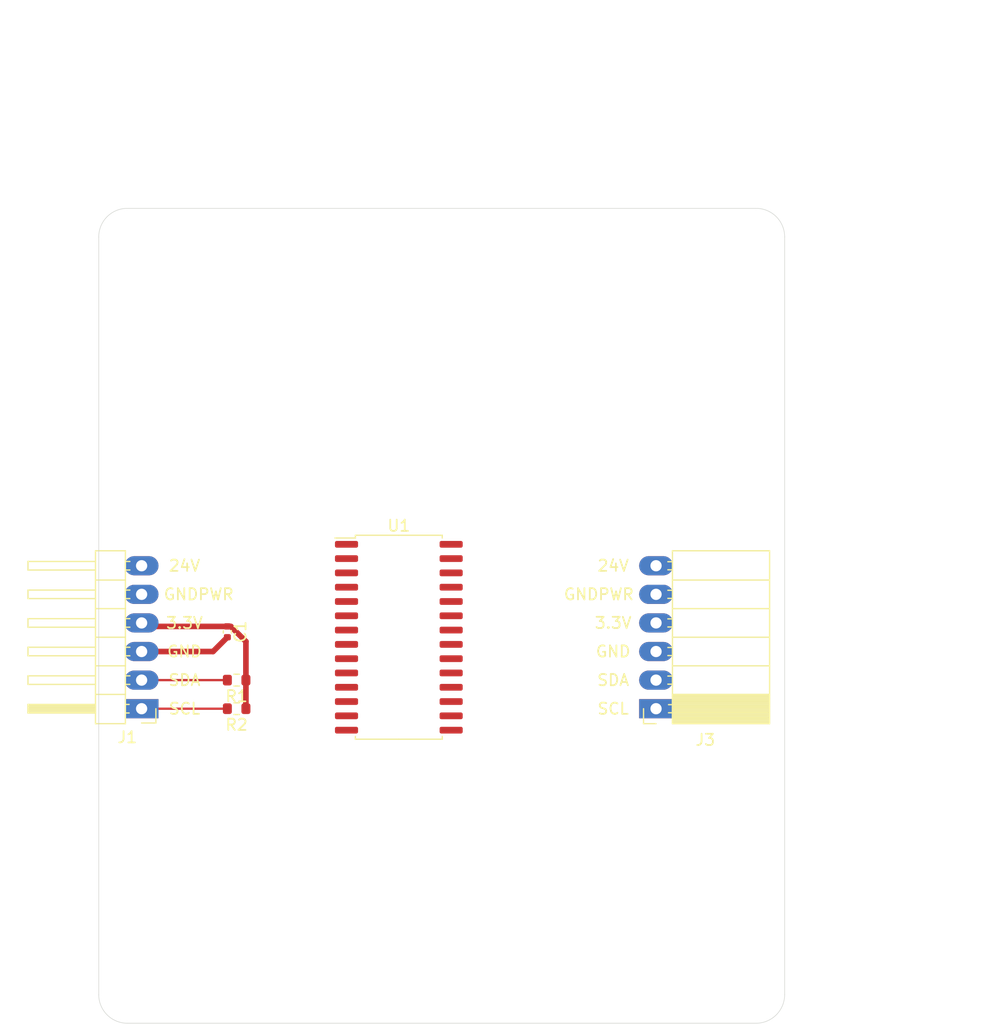
<source format=kicad_pcb>
(kicad_pcb (version 20171130) (host pcbnew 5.1.9-73d0e3b20d~88~ubuntu20.04.1)

  (general
    (thickness 1.6)
    (drawings 27)
    (tracks 10)
    (zones 0)
    (modules 6)
    (nets 31)
  )

  (page A4)
  (layers
    (0 F.Cu signal)
    (31 B.Cu signal)
    (32 B.Adhes user)
    (33 F.Adhes user)
    (34 B.Paste user)
    (35 F.Paste user)
    (36 B.SilkS user)
    (37 F.SilkS user)
    (38 B.Mask user)
    (39 F.Mask user)
    (40 Dwgs.User user)
    (41 Cmts.User user)
    (42 Eco1.User user)
    (43 Eco2.User user)
    (44 Edge.Cuts user)
    (45 Margin user)
    (46 B.CrtYd user)
    (47 F.CrtYd user)
    (48 B.Fab user)
    (49 F.Fab user)
  )

  (setup
    (last_trace_width 0.2)
    (trace_clearance 0.2)
    (zone_clearance 0.508)
    (zone_45_only no)
    (trace_min 0.2)
    (via_size 0.6)
    (via_drill 0.3)
    (via_min_size 0.4)
    (via_min_drill 0.3)
    (uvia_size 0.6)
    (uvia_drill 0.3)
    (uvias_allowed no)
    (uvia_min_size 0.2)
    (uvia_min_drill 0.1)
    (edge_width 0.05)
    (segment_width 0.2)
    (pcb_text_width 0.3)
    (pcb_text_size 1.5 1.5)
    (mod_edge_width 0.12)
    (mod_text_size 1 1)
    (mod_text_width 0.15)
    (pad_size 3 1.7)
    (pad_drill 1)
    (pad_to_mask_clearance 0)
    (aux_axis_origin 60.96 134.62)
    (visible_elements FFFFFF7F)
    (pcbplotparams
      (layerselection 0x010f0_ffffffff)
      (usegerberextensions false)
      (usegerberattributes false)
      (usegerberadvancedattributes false)
      (creategerberjobfile false)
      (excludeedgelayer true)
      (linewidth 0.100000)
      (plotframeref false)
      (viasonmask false)
      (mode 1)
      (useauxorigin true)
      (hpglpennumber 1)
      (hpglpenspeed 20)
      (hpglpendiameter 15.000000)
      (psnegative false)
      (psa4output false)
      (plotreference true)
      (plotvalue true)
      (plotinvisibletext false)
      (padsonsilk false)
      (subtractmaskfromsilk false)
      (outputformat 1)
      (mirror false)
      (drillshape 0)
      (scaleselection 1)
      (outputdirectory "gerber/"))
  )

  (net 0 "")
  (net 1 +24V)
  (net 2 GNDPWR)
  (net 3 +3V3)
  (net 4 GND)
  (net 5 SCL)
  (net 6 SDA)
  (net 7 "Net-(U1-Pad28)")
  (net 8 "Net-(U1-Pad27)")
  (net 9 "Net-(U1-Pad26)")
  (net 10 "Net-(U1-Pad25)")
  (net 11 "Net-(U1-Pad24)")
  (net 12 "Net-(U1-Pad23)")
  (net 13 "Net-(U1-Pad22)")
  (net 14 "Net-(U1-Pad21)")
  (net 15 "Net-(U1-Pad20)")
  (net 16 "Net-(U1-Pad19)")
  (net 17 "Net-(U1-Pad18)")
  (net 18 "Net-(U1-Pad17)")
  (net 19 "Net-(U1-Pad16)")
  (net 20 "Net-(U1-Pad15)")
  (net 21 "Net-(U1-Pad14)")
  (net 22 "Net-(U1-Pad11)")
  (net 23 "Net-(U1-Pad8)")
  (net 24 "Net-(U1-Pad7)")
  (net 25 "Net-(U1-Pad6)")
  (net 26 "Net-(U1-Pad5)")
  (net 27 "Net-(U1-Pad4)")
  (net 28 "Net-(U1-Pad3)")
  (net 29 "Net-(U1-Pad2)")
  (net 30 "Net-(U1-Pad1)")

  (net_class Default "This is the default net class."
    (clearance 0.2)
    (trace_width 0.2)
    (via_dia 0.6)
    (via_drill 0.3)
    (uvia_dia 0.6)
    (uvia_drill 0.3)
    (add_net "Net-(U1-Pad1)")
    (add_net "Net-(U1-Pad11)")
    (add_net "Net-(U1-Pad14)")
    (add_net "Net-(U1-Pad15)")
    (add_net "Net-(U1-Pad16)")
    (add_net "Net-(U1-Pad17)")
    (add_net "Net-(U1-Pad18)")
    (add_net "Net-(U1-Pad19)")
    (add_net "Net-(U1-Pad2)")
    (add_net "Net-(U1-Pad20)")
    (add_net "Net-(U1-Pad21)")
    (add_net "Net-(U1-Pad22)")
    (add_net "Net-(U1-Pad23)")
    (add_net "Net-(U1-Pad24)")
    (add_net "Net-(U1-Pad25)")
    (add_net "Net-(U1-Pad26)")
    (add_net "Net-(U1-Pad27)")
    (add_net "Net-(U1-Pad28)")
    (add_net "Net-(U1-Pad3)")
    (add_net "Net-(U1-Pad4)")
    (add_net "Net-(U1-Pad5)")
    (add_net "Net-(U1-Pad6)")
    (add_net "Net-(U1-Pad7)")
    (add_net "Net-(U1-Pad8)")
    (add_net SCL)
    (add_net SDA)
  )

  (net_class Power ""
    (clearance 0.2)
    (trace_width 0.5)
    (via_dia 0.6)
    (via_drill 0.3)
    (uvia_dia 0.6)
    (uvia_drill 0.3)
    (add_net +24V)
    (add_net +3V3)
    (add_net GND)
    (add_net GNDPWR)
  )

  (module Package_SO:SOIC-28W_7.5x17.9mm_P1.27mm (layer F.Cu) (tedit 5D9F72B1) (tstamp 600E4DB7)
    (at 90.17 92.71)
    (descr "SOIC, 28 Pin (JEDEC MS-013AE, https://www.analog.com/media/en/package-pcb-resources/package/35833120341221rw_28.pdf), generated with kicad-footprint-generator ipc_gullwing_generator.py")
    (tags "SOIC SO")
    (path /6013EB7B)
    (attr smd)
    (fp_text reference U1 (at 0 -9.9) (layer F.SilkS)
      (effects (font (size 1 1) (thickness 0.15)))
    )
    (fp_text value MCP23017_SO (at 0 9.9) (layer F.Fab)
      (effects (font (size 1 1) (thickness 0.15)))
    )
    (fp_line (start 5.93 -9.2) (end -5.93 -9.2) (layer F.CrtYd) (width 0.05))
    (fp_line (start 5.93 9.2) (end 5.93 -9.2) (layer F.CrtYd) (width 0.05))
    (fp_line (start -5.93 9.2) (end 5.93 9.2) (layer F.CrtYd) (width 0.05))
    (fp_line (start -5.93 -9.2) (end -5.93 9.2) (layer F.CrtYd) (width 0.05))
    (fp_line (start -3.75 -7.95) (end -2.75 -8.95) (layer F.Fab) (width 0.1))
    (fp_line (start -3.75 8.95) (end -3.75 -7.95) (layer F.Fab) (width 0.1))
    (fp_line (start 3.75 8.95) (end -3.75 8.95) (layer F.Fab) (width 0.1))
    (fp_line (start 3.75 -8.95) (end 3.75 8.95) (layer F.Fab) (width 0.1))
    (fp_line (start -2.75 -8.95) (end 3.75 -8.95) (layer F.Fab) (width 0.1))
    (fp_line (start -3.86 -8.815) (end -5.675 -8.815) (layer F.SilkS) (width 0.12))
    (fp_line (start -3.86 -9.06) (end -3.86 -8.815) (layer F.SilkS) (width 0.12))
    (fp_line (start 0 -9.06) (end -3.86 -9.06) (layer F.SilkS) (width 0.12))
    (fp_line (start 3.86 -9.06) (end 3.86 -8.815) (layer F.SilkS) (width 0.12))
    (fp_line (start 0 -9.06) (end 3.86 -9.06) (layer F.SilkS) (width 0.12))
    (fp_line (start -3.86 9.06) (end -3.86 8.815) (layer F.SilkS) (width 0.12))
    (fp_line (start 0 9.06) (end -3.86 9.06) (layer F.SilkS) (width 0.12))
    (fp_line (start 3.86 9.06) (end 3.86 8.815) (layer F.SilkS) (width 0.12))
    (fp_line (start 0 9.06) (end 3.86 9.06) (layer F.SilkS) (width 0.12))
    (fp_text user %R (at 0 0) (layer F.Fab)
      (effects (font (size 1 1) (thickness 0.15)))
    )
    (pad 28 smd roundrect (at 4.65 -8.255) (size 2.05 0.6) (layers F.Cu F.Paste F.Mask) (roundrect_rratio 0.25)
      (net 7 "Net-(U1-Pad28)"))
    (pad 27 smd roundrect (at 4.65 -6.985) (size 2.05 0.6) (layers F.Cu F.Paste F.Mask) (roundrect_rratio 0.25)
      (net 8 "Net-(U1-Pad27)"))
    (pad 26 smd roundrect (at 4.65 -5.715) (size 2.05 0.6) (layers F.Cu F.Paste F.Mask) (roundrect_rratio 0.25)
      (net 9 "Net-(U1-Pad26)"))
    (pad 25 smd roundrect (at 4.65 -4.445) (size 2.05 0.6) (layers F.Cu F.Paste F.Mask) (roundrect_rratio 0.25)
      (net 10 "Net-(U1-Pad25)"))
    (pad 24 smd roundrect (at 4.65 -3.175) (size 2.05 0.6) (layers F.Cu F.Paste F.Mask) (roundrect_rratio 0.25)
      (net 11 "Net-(U1-Pad24)"))
    (pad 23 smd roundrect (at 4.65 -1.905) (size 2.05 0.6) (layers F.Cu F.Paste F.Mask) (roundrect_rratio 0.25)
      (net 12 "Net-(U1-Pad23)"))
    (pad 22 smd roundrect (at 4.65 -0.635) (size 2.05 0.6) (layers F.Cu F.Paste F.Mask) (roundrect_rratio 0.25)
      (net 13 "Net-(U1-Pad22)"))
    (pad 21 smd roundrect (at 4.65 0.635) (size 2.05 0.6) (layers F.Cu F.Paste F.Mask) (roundrect_rratio 0.25)
      (net 14 "Net-(U1-Pad21)"))
    (pad 20 smd roundrect (at 4.65 1.905) (size 2.05 0.6) (layers F.Cu F.Paste F.Mask) (roundrect_rratio 0.25)
      (net 15 "Net-(U1-Pad20)"))
    (pad 19 smd roundrect (at 4.65 3.175) (size 2.05 0.6) (layers F.Cu F.Paste F.Mask) (roundrect_rratio 0.25)
      (net 16 "Net-(U1-Pad19)"))
    (pad 18 smd roundrect (at 4.65 4.445) (size 2.05 0.6) (layers F.Cu F.Paste F.Mask) (roundrect_rratio 0.25)
      (net 17 "Net-(U1-Pad18)"))
    (pad 17 smd roundrect (at 4.65 5.715) (size 2.05 0.6) (layers F.Cu F.Paste F.Mask) (roundrect_rratio 0.25)
      (net 18 "Net-(U1-Pad17)"))
    (pad 16 smd roundrect (at 4.65 6.985) (size 2.05 0.6) (layers F.Cu F.Paste F.Mask) (roundrect_rratio 0.25)
      (net 19 "Net-(U1-Pad16)"))
    (pad 15 smd roundrect (at 4.65 8.255) (size 2.05 0.6) (layers F.Cu F.Paste F.Mask) (roundrect_rratio 0.25)
      (net 20 "Net-(U1-Pad15)"))
    (pad 14 smd roundrect (at -4.65 8.255) (size 2.05 0.6) (layers F.Cu F.Paste F.Mask) (roundrect_rratio 0.25)
      (net 21 "Net-(U1-Pad14)"))
    (pad 13 smd roundrect (at -4.65 6.985) (size 2.05 0.6) (layers F.Cu F.Paste F.Mask) (roundrect_rratio 0.25)
      (net 6 SDA))
    (pad 12 smd roundrect (at -4.65 5.715) (size 2.05 0.6) (layers F.Cu F.Paste F.Mask) (roundrect_rratio 0.25)
      (net 5 SCL))
    (pad 11 smd roundrect (at -4.65 4.445) (size 2.05 0.6) (layers F.Cu F.Paste F.Mask) (roundrect_rratio 0.25)
      (net 22 "Net-(U1-Pad11)"))
    (pad 10 smd roundrect (at -4.65 3.175) (size 2.05 0.6) (layers F.Cu F.Paste F.Mask) (roundrect_rratio 0.25)
      (net 4 GND))
    (pad 9 smd roundrect (at -4.65 1.905) (size 2.05 0.6) (layers F.Cu F.Paste F.Mask) (roundrect_rratio 0.25)
      (net 3 +3V3))
    (pad 8 smd roundrect (at -4.65 0.635) (size 2.05 0.6) (layers F.Cu F.Paste F.Mask) (roundrect_rratio 0.25)
      (net 23 "Net-(U1-Pad8)"))
    (pad 7 smd roundrect (at -4.65 -0.635) (size 2.05 0.6) (layers F.Cu F.Paste F.Mask) (roundrect_rratio 0.25)
      (net 24 "Net-(U1-Pad7)"))
    (pad 6 smd roundrect (at -4.65 -1.905) (size 2.05 0.6) (layers F.Cu F.Paste F.Mask) (roundrect_rratio 0.25)
      (net 25 "Net-(U1-Pad6)"))
    (pad 5 smd roundrect (at -4.65 -3.175) (size 2.05 0.6) (layers F.Cu F.Paste F.Mask) (roundrect_rratio 0.25)
      (net 26 "Net-(U1-Pad5)"))
    (pad 4 smd roundrect (at -4.65 -4.445) (size 2.05 0.6) (layers F.Cu F.Paste F.Mask) (roundrect_rratio 0.25)
      (net 27 "Net-(U1-Pad4)"))
    (pad 3 smd roundrect (at -4.65 -5.715) (size 2.05 0.6) (layers F.Cu F.Paste F.Mask) (roundrect_rratio 0.25)
      (net 28 "Net-(U1-Pad3)"))
    (pad 2 smd roundrect (at -4.65 -6.985) (size 2.05 0.6) (layers F.Cu F.Paste F.Mask) (roundrect_rratio 0.25)
      (net 29 "Net-(U1-Pad2)"))
    (pad 1 smd roundrect (at -4.65 -8.255) (size 2.05 0.6) (layers F.Cu F.Paste F.Mask) (roundrect_rratio 0.25)
      (net 30 "Net-(U1-Pad1)"))
    (model ${KISYS3DMOD}/Package_SO.3dshapes/SOIC-28W_7.5x17.9mm_P1.27mm.wrl
      (at (xyz 0 0 0))
      (scale (xyz 1 1 1))
      (rotate (xyz 0 0 0))
    )
  )

  (module Resistor_SMD:R_0603_1608Metric (layer F.Cu) (tedit 5F68FEEE) (tstamp 600E4FD7)
    (at 75.755 99.06 180)
    (descr "Resistor SMD 0603 (1608 Metric), square (rectangular) end terminal, IPC_7351 nominal, (Body size source: IPC-SM-782 page 72, https://www.pcb-3d.com/wordpress/wp-content/uploads/ipc-sm-782a_amendment_1_and_2.pdf), generated with kicad-footprint-generator")
    (tags resistor)
    (path /60156E2E)
    (attr smd)
    (fp_text reference R2 (at 0 -1.43) (layer F.SilkS)
      (effects (font (size 1 1) (thickness 0.15)))
    )
    (fp_text value 10k (at 0 1.43) (layer F.Fab)
      (effects (font (size 1 1) (thickness 0.15)))
    )
    (fp_line (start 1.48 0.73) (end -1.48 0.73) (layer F.CrtYd) (width 0.05))
    (fp_line (start 1.48 -0.73) (end 1.48 0.73) (layer F.CrtYd) (width 0.05))
    (fp_line (start -1.48 -0.73) (end 1.48 -0.73) (layer F.CrtYd) (width 0.05))
    (fp_line (start -1.48 0.73) (end -1.48 -0.73) (layer F.CrtYd) (width 0.05))
    (fp_line (start -0.237258 0.5225) (end 0.237258 0.5225) (layer F.SilkS) (width 0.12))
    (fp_line (start -0.237258 -0.5225) (end 0.237258 -0.5225) (layer F.SilkS) (width 0.12))
    (fp_line (start 0.8 0.4125) (end -0.8 0.4125) (layer F.Fab) (width 0.1))
    (fp_line (start 0.8 -0.4125) (end 0.8 0.4125) (layer F.Fab) (width 0.1))
    (fp_line (start -0.8 -0.4125) (end 0.8 -0.4125) (layer F.Fab) (width 0.1))
    (fp_line (start -0.8 0.4125) (end -0.8 -0.4125) (layer F.Fab) (width 0.1))
    (fp_text user %R (at 0 0) (layer F.Fab)
      (effects (font (size 0.4 0.4) (thickness 0.06)))
    )
    (pad 2 smd roundrect (at 0.825 0 180) (size 0.8 0.95) (layers F.Cu F.Paste F.Mask) (roundrect_rratio 0.25)
      (net 5 SCL))
    (pad 1 smd roundrect (at -0.825 0 180) (size 0.8 0.95) (layers F.Cu F.Paste F.Mask) (roundrect_rratio 0.25)
      (net 3 +3V3))
    (model ${KISYS3DMOD}/Resistor_SMD.3dshapes/R_0603_1608Metric.wrl
      (at (xyz 0 0 0))
      (scale (xyz 1 1 1))
      (rotate (xyz 0 0 0))
    )
  )

  (module Resistor_SMD:R_0603_1608Metric (layer F.Cu) (tedit 5F68FEEE) (tstamp 600E4D73)
    (at 75.755 96.52 180)
    (descr "Resistor SMD 0603 (1608 Metric), square (rectangular) end terminal, IPC_7351 nominal, (Body size source: IPC-SM-782 page 72, https://www.pcb-3d.com/wordpress/wp-content/uploads/ipc-sm-782a_amendment_1_and_2.pdf), generated with kicad-footprint-generator")
    (tags resistor)
    (path /60156215)
    (attr smd)
    (fp_text reference R1 (at 0 -1.43) (layer F.SilkS)
      (effects (font (size 1 1) (thickness 0.15)))
    )
    (fp_text value 10k (at 0 1.43) (layer F.Fab)
      (effects (font (size 1 1) (thickness 0.15)))
    )
    (fp_line (start 1.48 0.73) (end -1.48 0.73) (layer F.CrtYd) (width 0.05))
    (fp_line (start 1.48 -0.73) (end 1.48 0.73) (layer F.CrtYd) (width 0.05))
    (fp_line (start -1.48 -0.73) (end 1.48 -0.73) (layer F.CrtYd) (width 0.05))
    (fp_line (start -1.48 0.73) (end -1.48 -0.73) (layer F.CrtYd) (width 0.05))
    (fp_line (start -0.237258 0.5225) (end 0.237258 0.5225) (layer F.SilkS) (width 0.12))
    (fp_line (start -0.237258 -0.5225) (end 0.237258 -0.5225) (layer F.SilkS) (width 0.12))
    (fp_line (start 0.8 0.4125) (end -0.8 0.4125) (layer F.Fab) (width 0.1))
    (fp_line (start 0.8 -0.4125) (end 0.8 0.4125) (layer F.Fab) (width 0.1))
    (fp_line (start -0.8 -0.4125) (end 0.8 -0.4125) (layer F.Fab) (width 0.1))
    (fp_line (start -0.8 0.4125) (end -0.8 -0.4125) (layer F.Fab) (width 0.1))
    (fp_text user %R (at 0 0) (layer F.Fab)
      (effects (font (size 0.4 0.4) (thickness 0.06)))
    )
    (pad 2 smd roundrect (at 0.825 0 180) (size 0.8 0.95) (layers F.Cu F.Paste F.Mask) (roundrect_rratio 0.25)
      (net 6 SDA))
    (pad 1 smd roundrect (at -0.825 0 180) (size 0.8 0.95) (layers F.Cu F.Paste F.Mask) (roundrect_rratio 0.25)
      (net 3 +3V3))
    (model ${KISYS3DMOD}/Resistor_SMD.3dshapes/R_0603_1608Metric.wrl
      (at (xyz 0 0 0))
      (scale (xyz 1 1 1))
      (rotate (xyz 0 0 0))
    )
  )

  (module Capacitor_SMD:C_0402_1005Metric (layer F.Cu) (tedit 5F68FEEE) (tstamp 600E4A86)
    (at 74.93 92.23 270)
    (descr "Capacitor SMD 0402 (1005 Metric), square (rectangular) end terminal, IPC_7351 nominal, (Body size source: IPC-SM-782 page 76, https://www.pcb-3d.com/wordpress/wp-content/uploads/ipc-sm-782a_amendment_1_and_2.pdf), generated with kicad-footprint-generator")
    (tags capacitor)
    (path /60167899)
    (attr smd)
    (fp_text reference C1 (at 0 -1.16 90) (layer F.SilkS)
      (effects (font (size 1 1) (thickness 0.15)))
    )
    (fp_text value 100nF (at 0 1.16 90) (layer F.Fab)
      (effects (font (size 1 1) (thickness 0.15)))
    )
    (fp_line (start 0.91 0.46) (end -0.91 0.46) (layer F.CrtYd) (width 0.05))
    (fp_line (start 0.91 -0.46) (end 0.91 0.46) (layer F.CrtYd) (width 0.05))
    (fp_line (start -0.91 -0.46) (end 0.91 -0.46) (layer F.CrtYd) (width 0.05))
    (fp_line (start -0.91 0.46) (end -0.91 -0.46) (layer F.CrtYd) (width 0.05))
    (fp_line (start -0.107836 0.36) (end 0.107836 0.36) (layer F.SilkS) (width 0.12))
    (fp_line (start -0.107836 -0.36) (end 0.107836 -0.36) (layer F.SilkS) (width 0.12))
    (fp_line (start 0.5 0.25) (end -0.5 0.25) (layer F.Fab) (width 0.1))
    (fp_line (start 0.5 -0.25) (end 0.5 0.25) (layer F.Fab) (width 0.1))
    (fp_line (start -0.5 -0.25) (end 0.5 -0.25) (layer F.Fab) (width 0.1))
    (fp_line (start -0.5 0.25) (end -0.5 -0.25) (layer F.Fab) (width 0.1))
    (fp_text user %R (at 0 0 90) (layer F.Fab)
      (effects (font (size 0.25 0.25) (thickness 0.04)))
    )
    (pad 2 smd roundrect (at 0.48 0 270) (size 0.56 0.62) (layers F.Cu F.Paste F.Mask) (roundrect_rratio 0.25)
      (net 4 GND))
    (pad 1 smd roundrect (at -0.48 0 270) (size 0.56 0.62) (layers F.Cu F.Paste F.Mask) (roundrect_rratio 0.25)
      (net 3 +3V3))
    (model ${KISYS3DMOD}/Capacitor_SMD.3dshapes/C_0402_1005Metric.wrl
      (at (xyz 0 0 0))
      (scale (xyz 1 1 1))
      (rotate (xyz 0 0 0))
    )
  )

  (module Connector_PinHeader_2.54mm:PinHeader_1x06_P2.54mm_Horizontal (layer F.Cu) (tedit 600DA0D7) (tstamp 600DFB76)
    (at 67.31 99.06 180)
    (descr "Through hole angled pin header, 1x06, 2.54mm pitch, 6mm pin length, single row")
    (tags "Through hole angled pin header THT 1x06 2.54mm single row")
    (path /600E0E0C)
    (fp_text reference J1 (at 1.27 -2.54) (layer F.SilkS)
      (effects (font (size 1 1) (thickness 0.15)))
    )
    (fp_text value Conn_01x06_Male (at 4.385 14.97) (layer F.Fab)
      (effects (font (size 1 1) (thickness 0.15)))
    )
    (fp_line (start 2.135 -1.27) (end 4.04 -1.27) (layer F.Fab) (width 0.1))
    (fp_line (start 4.04 -1.27) (end 4.04 13.97) (layer F.Fab) (width 0.1))
    (fp_line (start 4.04 13.97) (end 1.5 13.97) (layer F.Fab) (width 0.1))
    (fp_line (start 1.5 13.97) (end 1.5 -0.635) (layer F.Fab) (width 0.1))
    (fp_line (start 1.5 -0.635) (end 2.135 -1.27) (layer F.Fab) (width 0.1))
    (fp_line (start -0.32 -0.32) (end 1.5 -0.32) (layer F.Fab) (width 0.1))
    (fp_line (start -0.32 -0.32) (end -0.32 0.32) (layer F.Fab) (width 0.1))
    (fp_line (start -0.32 0.32) (end 1.5 0.32) (layer F.Fab) (width 0.1))
    (fp_line (start 4.04 -0.32) (end 10.04 -0.32) (layer F.Fab) (width 0.1))
    (fp_line (start 10.04 -0.32) (end 10.04 0.32) (layer F.Fab) (width 0.1))
    (fp_line (start 4.04 0.32) (end 10.04 0.32) (layer F.Fab) (width 0.1))
    (fp_line (start -0.32 2.22) (end 1.5 2.22) (layer F.Fab) (width 0.1))
    (fp_line (start -0.32 2.22) (end -0.32 2.86) (layer F.Fab) (width 0.1))
    (fp_line (start -0.32 2.86) (end 1.5 2.86) (layer F.Fab) (width 0.1))
    (fp_line (start 4.04 2.22) (end 10.04 2.22) (layer F.Fab) (width 0.1))
    (fp_line (start 10.04 2.22) (end 10.04 2.86) (layer F.Fab) (width 0.1))
    (fp_line (start 4.04 2.86) (end 10.04 2.86) (layer F.Fab) (width 0.1))
    (fp_line (start -0.32 4.76) (end 1.5 4.76) (layer F.Fab) (width 0.1))
    (fp_line (start -0.32 4.76) (end -0.32 5.4) (layer F.Fab) (width 0.1))
    (fp_line (start -0.32 5.4) (end 1.5 5.4) (layer F.Fab) (width 0.1))
    (fp_line (start 4.04 4.76) (end 10.04 4.76) (layer F.Fab) (width 0.1))
    (fp_line (start 10.04 4.76) (end 10.04 5.4) (layer F.Fab) (width 0.1))
    (fp_line (start 4.04 5.4) (end 10.04 5.4) (layer F.Fab) (width 0.1))
    (fp_line (start -0.32 7.3) (end 1.5 7.3) (layer F.Fab) (width 0.1))
    (fp_line (start -0.32 7.3) (end -0.32 7.94) (layer F.Fab) (width 0.1))
    (fp_line (start -0.32 7.94) (end 1.5 7.94) (layer F.Fab) (width 0.1))
    (fp_line (start 4.04 7.3) (end 10.04 7.3) (layer F.Fab) (width 0.1))
    (fp_line (start 10.04 7.3) (end 10.04 7.94) (layer F.Fab) (width 0.1))
    (fp_line (start 4.04 7.94) (end 10.04 7.94) (layer F.Fab) (width 0.1))
    (fp_line (start -0.32 9.84) (end 1.5 9.84) (layer F.Fab) (width 0.1))
    (fp_line (start -0.32 9.84) (end -0.32 10.48) (layer F.Fab) (width 0.1))
    (fp_line (start -0.32 10.48) (end 1.5 10.48) (layer F.Fab) (width 0.1))
    (fp_line (start 4.04 9.84) (end 10.04 9.84) (layer F.Fab) (width 0.1))
    (fp_line (start 10.04 9.84) (end 10.04 10.48) (layer F.Fab) (width 0.1))
    (fp_line (start 4.04 10.48) (end 10.04 10.48) (layer F.Fab) (width 0.1))
    (fp_line (start -0.32 12.38) (end 1.5 12.38) (layer F.Fab) (width 0.1))
    (fp_line (start -0.32 12.38) (end -0.32 13.02) (layer F.Fab) (width 0.1))
    (fp_line (start -0.32 13.02) (end 1.5 13.02) (layer F.Fab) (width 0.1))
    (fp_line (start 4.04 12.38) (end 10.04 12.38) (layer F.Fab) (width 0.1))
    (fp_line (start 10.04 12.38) (end 10.04 13.02) (layer F.Fab) (width 0.1))
    (fp_line (start 4.04 13.02) (end 10.04 13.02) (layer F.Fab) (width 0.1))
    (fp_line (start 1.44 -1.33) (end 1.44 14.03) (layer F.SilkS) (width 0.12))
    (fp_line (start 1.44 14.03) (end 4.1 14.03) (layer F.SilkS) (width 0.12))
    (fp_line (start 4.1 14.03) (end 4.1 -1.33) (layer F.SilkS) (width 0.12))
    (fp_line (start 4.1 -1.33) (end 1.44 -1.33) (layer F.SilkS) (width 0.12))
    (fp_line (start 4.1 -0.38) (end 10.1 -0.38) (layer F.SilkS) (width 0.12))
    (fp_line (start 10.1 -0.38) (end 10.1 0.38) (layer F.SilkS) (width 0.12))
    (fp_line (start 10.1 0.38) (end 4.1 0.38) (layer F.SilkS) (width 0.12))
    (fp_line (start 4.1 -0.32) (end 10.1 -0.32) (layer F.SilkS) (width 0.12))
    (fp_line (start 4.1 -0.2) (end 10.1 -0.2) (layer F.SilkS) (width 0.12))
    (fp_line (start 4.1 -0.08) (end 10.1 -0.08) (layer F.SilkS) (width 0.12))
    (fp_line (start 4.1 0.04) (end 10.1 0.04) (layer F.SilkS) (width 0.12))
    (fp_line (start 4.1 0.16) (end 10.1 0.16) (layer F.SilkS) (width 0.12))
    (fp_line (start 4.1 0.28) (end 10.1 0.28) (layer F.SilkS) (width 0.12))
    (fp_line (start 1.11 -0.38) (end 1.44 -0.38) (layer F.SilkS) (width 0.12))
    (fp_line (start 1.11 0.38) (end 1.44 0.38) (layer F.SilkS) (width 0.12))
    (fp_line (start 1.44 1.27) (end 4.1 1.27) (layer F.SilkS) (width 0.12))
    (fp_line (start 4.1 2.16) (end 10.1 2.16) (layer F.SilkS) (width 0.12))
    (fp_line (start 10.1 2.16) (end 10.1 2.92) (layer F.SilkS) (width 0.12))
    (fp_line (start 10.1 2.92) (end 4.1 2.92) (layer F.SilkS) (width 0.12))
    (fp_line (start 1.042929 2.16) (end 1.44 2.16) (layer F.SilkS) (width 0.12))
    (fp_line (start 1.042929 2.92) (end 1.44 2.92) (layer F.SilkS) (width 0.12))
    (fp_line (start 1.44 3.81) (end 4.1 3.81) (layer F.SilkS) (width 0.12))
    (fp_line (start 4.1 4.7) (end 10.1 4.7) (layer F.SilkS) (width 0.12))
    (fp_line (start 10.1 4.7) (end 10.1 5.46) (layer F.SilkS) (width 0.12))
    (fp_line (start 10.1 5.46) (end 4.1 5.46) (layer F.SilkS) (width 0.12))
    (fp_line (start 1.042929 4.7) (end 1.44 4.7) (layer F.SilkS) (width 0.12))
    (fp_line (start 1.042929 5.46) (end 1.44 5.46) (layer F.SilkS) (width 0.12))
    (fp_line (start 1.44 6.35) (end 4.1 6.35) (layer F.SilkS) (width 0.12))
    (fp_line (start 4.1 7.24) (end 10.1 7.24) (layer F.SilkS) (width 0.12))
    (fp_line (start 10.1 7.24) (end 10.1 8) (layer F.SilkS) (width 0.12))
    (fp_line (start 10.1 8) (end 4.1 8) (layer F.SilkS) (width 0.12))
    (fp_line (start 1.042929 7.24) (end 1.44 7.24) (layer F.SilkS) (width 0.12))
    (fp_line (start 1.042929 8) (end 1.44 8) (layer F.SilkS) (width 0.12))
    (fp_line (start 1.44 8.89) (end 4.1 8.89) (layer F.SilkS) (width 0.12))
    (fp_line (start 4.1 9.78) (end 10.1 9.78) (layer F.SilkS) (width 0.12))
    (fp_line (start 10.1 9.78) (end 10.1 10.54) (layer F.SilkS) (width 0.12))
    (fp_line (start 10.1 10.54) (end 4.1 10.54) (layer F.SilkS) (width 0.12))
    (fp_line (start 1.042929 9.78) (end 1.44 9.78) (layer F.SilkS) (width 0.12))
    (fp_line (start 1.042929 10.54) (end 1.44 10.54) (layer F.SilkS) (width 0.12))
    (fp_line (start 1.44 11.43) (end 4.1 11.43) (layer F.SilkS) (width 0.12))
    (fp_line (start 4.1 12.32) (end 10.1 12.32) (layer F.SilkS) (width 0.12))
    (fp_line (start 10.1 12.32) (end 10.1 13.08) (layer F.SilkS) (width 0.12))
    (fp_line (start 10.1 13.08) (end 4.1 13.08) (layer F.SilkS) (width 0.12))
    (fp_line (start 1.042929 12.32) (end 1.44 12.32) (layer F.SilkS) (width 0.12))
    (fp_line (start 1.042929 13.08) (end 1.44 13.08) (layer F.SilkS) (width 0.12))
    (fp_line (start -1.27 0) (end -1.27 -1.27) (layer F.SilkS) (width 0.12))
    (fp_line (start -1.27 -1.27) (end 0 -1.27) (layer F.SilkS) (width 0.12))
    (fp_line (start -1.8 -1.8) (end -1.8 14.5) (layer F.CrtYd) (width 0.05))
    (fp_line (start -1.8 14.5) (end 10.55 14.5) (layer F.CrtYd) (width 0.05))
    (fp_line (start 10.55 14.5) (end 10.55 -1.8) (layer F.CrtYd) (width 0.05))
    (fp_line (start 10.55 -1.8) (end -1.8 -1.8) (layer F.CrtYd) (width 0.05))
    (fp_text user %R (at 2.77 6.35 90) (layer F.Fab)
      (effects (font (size 1 1) (thickness 0.15)))
    )
    (pad 6 thru_hole oval (at 0 12.7 180) (size 3 1.7) (drill 1) (layers *.Cu *.Mask)
      (net 1 +24V))
    (pad 5 thru_hole oval (at 0 10.16 180) (size 3 1.7) (drill 1) (layers *.Cu *.Mask)
      (net 2 GNDPWR))
    (pad 4 thru_hole oval (at 0 7.62 180) (size 3 1.7) (drill 1) (layers *.Cu *.Mask)
      (net 3 +3V3))
    (pad 3 thru_hole oval (at 0 5.08 180) (size 3 1.7) (drill 1) (layers *.Cu *.Mask)
      (net 4 GND))
    (pad 2 thru_hole oval (at 0 2.54 180) (size 3 1.7) (drill 1) (layers *.Cu *.Mask)
      (net 6 SDA))
    (pad 1 thru_hole rect (at 0 0 180) (size 3 1.7) (drill 1) (layers *.Cu *.Mask)
      (net 5 SCL))
    (model ${KISYS3DMOD}/Connector_PinHeader_2.54mm.3dshapes/PinHeader_1x06_P2.54mm_Horizontal.wrl
      (at (xyz 0 0 0))
      (scale (xyz 1 1 1))
      (rotate (xyz 0 0 0))
    )
  )

  (module Connector_PinSocket_2.54mm:PinSocket_1x06_P2.54mm_Horizontal (layer F.Cu) (tedit 5FA6D208) (tstamp 5FA6FA4C)
    (at 113.03 99.06 180)
    (descr "Through hole angled socket strip, 1x06, 2.54mm pitch, 8.51mm socket length, single row (from Kicad 4.0.7), script generated")
    (tags "Through hole angled socket strip THT 1x06 2.54mm single row")
    (path /5FA73C4E)
    (fp_text reference J3 (at -4.38 -2.77) (layer F.SilkS)
      (effects (font (size 1 1) (thickness 0.15)))
    )
    (fp_text value Conn_01x06_Female (at -2.54 15.47) (layer F.Fab)
      (effects (font (size 1 1) (thickness 0.15)))
    )
    (fp_line (start -10.03 -1.27) (end -2.49 -1.27) (layer F.Fab) (width 0.1))
    (fp_line (start -2.49 -1.27) (end -1.52 -0.3) (layer F.Fab) (width 0.1))
    (fp_line (start -1.52 -0.3) (end -1.52 13.97) (layer F.Fab) (width 0.1))
    (fp_line (start -1.52 13.97) (end -10.03 13.97) (layer F.Fab) (width 0.1))
    (fp_line (start -10.03 13.97) (end -10.03 -1.27) (layer F.Fab) (width 0.1))
    (fp_line (start 0 -0.3) (end -1.52 -0.3) (layer F.Fab) (width 0.1))
    (fp_line (start -1.52 0.3) (end 0 0.3) (layer F.Fab) (width 0.1))
    (fp_line (start 0 0.3) (end 0 -0.3) (layer F.Fab) (width 0.1))
    (fp_line (start 0 2.24) (end -1.52 2.24) (layer F.Fab) (width 0.1))
    (fp_line (start -1.52 2.84) (end 0 2.84) (layer F.Fab) (width 0.1))
    (fp_line (start 0 2.84) (end 0 2.24) (layer F.Fab) (width 0.1))
    (fp_line (start 0 4.78) (end -1.52 4.78) (layer F.Fab) (width 0.1))
    (fp_line (start -1.52 5.38) (end 0 5.38) (layer F.Fab) (width 0.1))
    (fp_line (start 0 5.38) (end 0 4.78) (layer F.Fab) (width 0.1))
    (fp_line (start 0 7.32) (end -1.52 7.32) (layer F.Fab) (width 0.1))
    (fp_line (start -1.52 7.92) (end 0 7.92) (layer F.Fab) (width 0.1))
    (fp_line (start 0 7.92) (end 0 7.32) (layer F.Fab) (width 0.1))
    (fp_line (start 0 9.86) (end -1.52 9.86) (layer F.Fab) (width 0.1))
    (fp_line (start -1.52 10.46) (end 0 10.46) (layer F.Fab) (width 0.1))
    (fp_line (start 0 10.46) (end 0 9.86) (layer F.Fab) (width 0.1))
    (fp_line (start 0 12.4) (end -1.52 12.4) (layer F.Fab) (width 0.1))
    (fp_line (start -1.52 13) (end 0 13) (layer F.Fab) (width 0.1))
    (fp_line (start 0 13) (end 0 12.4) (layer F.Fab) (width 0.1))
    (fp_line (start -10.09 -1.21) (end -1.46 -1.21) (layer F.SilkS) (width 0.12))
    (fp_line (start -10.09 -1.091905) (end -1.46 -1.091905) (layer F.SilkS) (width 0.12))
    (fp_line (start -10.09 -0.97381) (end -1.46 -0.97381) (layer F.SilkS) (width 0.12))
    (fp_line (start -10.09 -0.855715) (end -1.46 -0.855715) (layer F.SilkS) (width 0.12))
    (fp_line (start -10.09 -0.73762) (end -1.46 -0.73762) (layer F.SilkS) (width 0.12))
    (fp_line (start -10.09 -0.619525) (end -1.46 -0.619525) (layer F.SilkS) (width 0.12))
    (fp_line (start -10.09 -0.50143) (end -1.46 -0.50143) (layer F.SilkS) (width 0.12))
    (fp_line (start -10.09 -0.383335) (end -1.46 -0.383335) (layer F.SilkS) (width 0.12))
    (fp_line (start -10.09 -0.26524) (end -1.46 -0.26524) (layer F.SilkS) (width 0.12))
    (fp_line (start -10.09 -0.147145) (end -1.46 -0.147145) (layer F.SilkS) (width 0.12))
    (fp_line (start -10.09 -0.02905) (end -1.46 -0.02905) (layer F.SilkS) (width 0.12))
    (fp_line (start -10.09 0.089045) (end -1.46 0.089045) (layer F.SilkS) (width 0.12))
    (fp_line (start -10.09 0.20714) (end -1.46 0.20714) (layer F.SilkS) (width 0.12))
    (fp_line (start -10.09 0.325235) (end -1.46 0.325235) (layer F.SilkS) (width 0.12))
    (fp_line (start -10.09 0.44333) (end -1.46 0.44333) (layer F.SilkS) (width 0.12))
    (fp_line (start -10.09 0.561425) (end -1.46 0.561425) (layer F.SilkS) (width 0.12))
    (fp_line (start -10.09 0.67952) (end -1.46 0.67952) (layer F.SilkS) (width 0.12))
    (fp_line (start -10.09 0.797615) (end -1.46 0.797615) (layer F.SilkS) (width 0.12))
    (fp_line (start -10.09 0.91571) (end -1.46 0.91571) (layer F.SilkS) (width 0.12))
    (fp_line (start -10.09 1.033805) (end -1.46 1.033805) (layer F.SilkS) (width 0.12))
    (fp_line (start -10.09 1.1519) (end -1.46 1.1519) (layer F.SilkS) (width 0.12))
    (fp_line (start -1.46 -0.36) (end -1.11 -0.36) (layer F.SilkS) (width 0.12))
    (fp_line (start -1.46 0.36) (end -1.11 0.36) (layer F.SilkS) (width 0.12))
    (fp_line (start -1.46 2.18) (end -1.05 2.18) (layer F.SilkS) (width 0.12))
    (fp_line (start -1.46 2.9) (end -1.05 2.9) (layer F.SilkS) (width 0.12))
    (fp_line (start -1.46 4.72) (end -1.05 4.72) (layer F.SilkS) (width 0.12))
    (fp_line (start -1.46 5.44) (end -1.05 5.44) (layer F.SilkS) (width 0.12))
    (fp_line (start -1.46 7.26) (end -1.05 7.26) (layer F.SilkS) (width 0.12))
    (fp_line (start -1.46 7.98) (end -1.05 7.98) (layer F.SilkS) (width 0.12))
    (fp_line (start -1.46 9.8) (end -1.05 9.8) (layer F.SilkS) (width 0.12))
    (fp_line (start -1.46 10.52) (end -1.05 10.52) (layer F.SilkS) (width 0.12))
    (fp_line (start -1.46 12.34) (end -1.05 12.34) (layer F.SilkS) (width 0.12))
    (fp_line (start -1.46 13.06) (end -1.05 13.06) (layer F.SilkS) (width 0.12))
    (fp_line (start -10.09 1.27) (end -1.46 1.27) (layer F.SilkS) (width 0.12))
    (fp_line (start -10.09 3.81) (end -1.46 3.81) (layer F.SilkS) (width 0.12))
    (fp_line (start -10.09 6.35) (end -1.46 6.35) (layer F.SilkS) (width 0.12))
    (fp_line (start -10.09 8.89) (end -1.46 8.89) (layer F.SilkS) (width 0.12))
    (fp_line (start -10.09 11.43) (end -1.46 11.43) (layer F.SilkS) (width 0.12))
    (fp_line (start -10.09 -1.33) (end -1.46 -1.33) (layer F.SilkS) (width 0.12))
    (fp_line (start -1.46 -1.33) (end -1.46 14.03) (layer F.SilkS) (width 0.12))
    (fp_line (start -10.09 14.03) (end -1.46 14.03) (layer F.SilkS) (width 0.12))
    (fp_line (start -10.09 -1.33) (end -10.09 14.03) (layer F.SilkS) (width 0.12))
    (fp_line (start 1.11 -1.33) (end 1.11 0) (layer F.SilkS) (width 0.12))
    (fp_line (start 0 -1.33) (end 1.11 -1.33) (layer F.SilkS) (width 0.12))
    (fp_line (start 1.75 -1.8) (end -10.55 -1.8) (layer F.CrtYd) (width 0.05))
    (fp_line (start -10.55 -1.8) (end -10.55 14.45) (layer F.CrtYd) (width 0.05))
    (fp_line (start -10.55 14.45) (end 1.75 14.45) (layer F.CrtYd) (width 0.05))
    (fp_line (start 1.75 14.45) (end 1.75 -1.8) (layer F.CrtYd) (width 0.05))
    (fp_text user %R (at -5.775 6.35 90) (layer F.Fab)
      (effects (font (size 1 1) (thickness 0.15)))
    )
    (pad 6 thru_hole oval (at 0 12.7 180) (size 3 1.7) (drill 1) (layers *.Cu *.Mask)
      (net 1 +24V))
    (pad 5 thru_hole oval (at 0 10.16 180) (size 3 1.7) (drill 1) (layers *.Cu *.Mask)
      (net 2 GNDPWR))
    (pad 4 thru_hole oval (at 0 7.62 180) (size 3 1.7) (drill 1) (layers *.Cu *.Mask)
      (net 3 +3V3))
    (pad 3 thru_hole oval (at 0 5.08 180) (size 3 1.7) (drill 1) (layers *.Cu *.Mask)
      (net 4 GND))
    (pad 2 thru_hole oval (at 0 2.54 180) (size 3 1.7) (drill 1) (layers *.Cu *.Mask)
      (net 6 SDA))
    (pad 1 thru_hole rect (at 0 0 180) (size 3 1.7) (drill 1) (layers *.Cu *.Mask)
      (net 5 SCL))
    (model ${KISYS3DMOD}/Connector_PinSocket_2.54mm.3dshapes/PinSocket_1x06_P2.54mm_Horizontal.wrl
      (at (xyz 0 0 0))
      (scale (xyz 1 1 1))
      (rotate (xyz 0 0 0))
    )
  )

  (gr_arc (start 121.92 57.15) (end 124.46 57.15) (angle -90) (layer Edge.Cuts) (width 0.05))
  (gr_arc (start 121.92 124.46) (end 121.92 127) (angle -90) (layer Edge.Cuts) (width 0.05))
  (gr_arc (start 66.04 124.46) (end 63.5 124.46) (angle -90) (layer Edge.Cuts) (width 0.05))
  (gr_arc (start 66.04 57.15) (end 66.04 54.61) (angle -90) (layer Edge.Cuts) (width 0.05))
  (gr_text 24V (at 71.12 86.36) (layer F.SilkS) (tstamp 600D9299)
    (effects (font (size 1 1) (thickness 0.15)))
  )
  (gr_text GNDPWR (at 72.39 88.9) (layer F.SilkS) (tstamp 600D9298)
    (effects (font (size 1 1) (thickness 0.15)))
  )
  (gr_text 3.3V (at 71.12 91.44) (layer F.SilkS) (tstamp 600D9297)
    (effects (font (size 1 1) (thickness 0.15)))
  )
  (gr_text GND (at 71.12 93.98) (layer F.SilkS) (tstamp 600D9296)
    (effects (font (size 1 1) (thickness 0.15)))
  )
  (gr_text SDA (at 71.12 96.52) (layer F.SilkS) (tstamp 600D9295)
    (effects (font (size 1 1) (thickness 0.15)))
  )
  (gr_text SCL (at 71.12 99.06) (layer F.SilkS) (tstamp 600D9294)
    (effects (font (size 1 1) (thickness 0.15)))
  )
  (gr_text SCL (at 109.22 99.06) (layer F.SilkS)
    (effects (font (size 1 1) (thickness 0.15)))
  )
  (gr_text SDA (at 109.22 96.52) (layer F.SilkS)
    (effects (font (size 1 1) (thickness 0.15)))
  )
  (gr_text GND (at 109.22 93.98) (layer F.SilkS)
    (effects (font (size 1 1) (thickness 0.15)))
  )
  (gr_text 3.3V (at 109.22 91.44) (layer F.SilkS)
    (effects (font (size 1 1) (thickness 0.15)))
  )
  (gr_text GNDPWR (at 107.95 88.9) (layer F.SilkS)
    (effects (font (size 1 1) (thickness 0.15)))
  )
  (gr_text 24V (at 109.22 86.36) (layer F.SilkS) (tstamp 600D125A)
    (effects (font (size 1 1) (thickness 0.15)))
  )
  (dimension 60.96 (width 0.15) (layer Dwgs.User)
    (gr_text "60,960 mm" (at 93.98 43.21) (layer Dwgs.User)
      (effects (font (size 1 1) (thickness 0.15)))
    )
    (feature1 (pts (xy 124.46 41.91) (xy 124.46 42.496421)))
    (feature2 (pts (xy 63.5 41.91) (xy 63.5 42.496421)))
    (crossbar (pts (xy 63.5 41.91) (xy 124.46 41.91)))
    (arrow1a (pts (xy 124.46 41.91) (xy 123.333496 42.496421)))
    (arrow1b (pts (xy 124.46 41.91) (xy 123.333496 41.323579)))
    (arrow2a (pts (xy 63.5 41.91) (xy 64.626504 42.496421)))
    (arrow2b (pts (xy 63.5 41.91) (xy 64.626504 41.323579)))
  )
  (gr_line (start 124.46 57.15) (end 124.46 124.46) (layer Edge.Cuts) (width 0.05))
  (dimension 35.56 (width 0.15) (layer Dwgs.User)
    (gr_text "1,4 in" (at 138.4 72.39 270) (layer Dwgs.User)
      (effects (font (size 1 1) (thickness 0.15)))
    )
    (feature1 (pts (xy 139.7 90.17) (xy 139.113579 90.17)))
    (feature2 (pts (xy 139.7 54.61) (xy 139.113579 54.61)))
    (crossbar (pts (xy 139.7 54.61) (xy 139.7 90.17)))
    (arrow1a (pts (xy 139.7 90.17) (xy 139.113579 89.043496)))
    (arrow1b (pts (xy 139.7 90.17) (xy 140.286421 89.043496)))
    (arrow2a (pts (xy 139.7 54.61) (xy 139.113579 55.736504)))
    (arrow2b (pts (xy 139.7 54.61) (xy 140.286421 55.736504)))
  )
  (dimension 27.94 (width 0.15) (layer Dwgs.User)
    (gr_text "1,1 in" (at 130.84 113.03 90) (layer Dwgs.User)
      (effects (font (size 1 1) (thickness 0.15)))
    )
    (feature1 (pts (xy 128.27 99.06) (xy 130.126421 99.06)))
    (feature2 (pts (xy 128.27 127) (xy 130.126421 127)))
    (crossbar (pts (xy 129.54 127) (xy 129.54 99.06)))
    (arrow1a (pts (xy 129.54 99.06) (xy 130.126421 100.186504)))
    (arrow1b (pts (xy 129.54 99.06) (xy 128.953579 100.186504)))
    (arrow2a (pts (xy 129.54 127) (xy 130.126421 125.873496)))
    (arrow2b (pts (xy 129.54 127) (xy 128.953579 125.873496)))
  )
  (dimension 72.39 (width 0.15) (layer Dwgs.User)
    (gr_text "72,390 mm" (at 58.39 90.805 90) (layer Dwgs.User)
      (effects (font (size 1 1) (thickness 0.15)))
    )
    (feature1 (pts (xy 62.23 54.61) (xy 59.103579 54.61)))
    (feature2 (pts (xy 62.23 127) (xy 59.103579 127)))
    (crossbar (pts (xy 59.69 127) (xy 59.69 54.61)))
    (arrow1a (pts (xy 59.69 54.61) (xy 60.276421 55.736504)))
    (arrow1b (pts (xy 59.69 54.61) (xy 59.103579 55.736504)))
    (arrow2a (pts (xy 59.69 127) (xy 60.276421 125.873496)))
    (arrow2b (pts (xy 59.69 127) (xy 59.103579 125.873496)))
  )
  (dimension 52.07 (width 0.15) (layer Dwgs.User)
    (gr_text "52,070 mm" (at 89.535 47.02) (layer Dwgs.User)
      (effects (font (size 1 1) (thickness 0.15)))
    )
    (feature1 (pts (xy 115.57 45.72) (xy 115.57 46.306421)))
    (feature2 (pts (xy 63.5 45.72) (xy 63.5 46.306421)))
    (crossbar (pts (xy 63.5 45.72) (xy 115.57 45.72)))
    (arrow1a (pts (xy 115.57 45.72) (xy 114.443496 46.306421)))
    (arrow1b (pts (xy 115.57 45.72) (xy 114.443496 45.133579)))
    (arrow2a (pts (xy 63.5 45.72) (xy 64.626504 46.306421)))
    (arrow2b (pts (xy 63.5 45.72) (xy 64.626504 45.133579)))
  )
  (dimension 69.85 (width 0.15) (layer Dwgs.User)
    (gr_text "69,850 mm" (at 98.425 39.4) (layer Dwgs.User)
      (effects (font (size 1 1) (thickness 0.15)))
    )
    (feature1 (pts (xy 133.35 38.1) (xy 133.35 38.686421)))
    (feature2 (pts (xy 63.5 38.1) (xy 63.5 38.686421)))
    (crossbar (pts (xy 63.5 38.1) (xy 133.35 38.1)))
    (arrow1a (pts (xy 133.35 38.1) (xy 132.223496 38.686421)))
    (arrow1b (pts (xy 133.35 38.1) (xy 132.223496 37.513579)))
    (arrow2a (pts (xy 63.5 38.1) (xy 64.626504 38.686421)))
    (arrow2b (pts (xy 63.5 38.1) (xy 64.626504 37.513579)))
  )
  (dimension 34.29 (width 0.15) (layer Dwgs.User)
    (gr_text "34,290 mm" (at 80.645 53.37) (layer Dwgs.User)
      (effects (font (size 1 1) (thickness 0.15)))
    )
    (feature1 (pts (xy 97.79 52.07) (xy 97.79 52.656421)))
    (feature2 (pts (xy 63.5 52.07) (xy 63.5 52.656421)))
    (crossbar (pts (xy 63.5 52.07) (xy 97.79 52.07)))
    (arrow1a (pts (xy 97.79 52.07) (xy 96.663496 52.656421)))
    (arrow1b (pts (xy 97.79 52.07) (xy 96.663496 51.483579)))
    (arrow2a (pts (xy 63.5 52.07) (xy 64.626504 52.656421)))
    (arrow2b (pts (xy 63.5 52.07) (xy 64.626504 51.483579)))
  )
  (gr_line (start 66.04 127) (end 121.92 127) (layer Edge.Cuts) (width 0.05))
  (gr_line (start 66.04 54.61) (end 121.92 54.61) (layer Edge.Cuts) (width 0.05))
  (gr_line (start 63.5 124.46) (end 63.5 57.15) (layer Edge.Cuts) (width 0.05))

  (segment (start 67.62 91.75) (end 67.31 91.44) (width 0.5) (layer F.Cu) (net 3))
  (segment (start 74.93 91.75) (end 67.62 91.75) (width 0.5) (layer F.Cu) (net 3))
  (segment (start 75.24 91.75) (end 76.58 93.09) (width 0.5) (layer F.Cu) (net 3))
  (segment (start 74.93 91.75) (end 75.24 91.75) (width 0.5) (layer F.Cu) (net 3))
  (segment (start 76.58 96.52) (end 76.58 99.06) (width 0.5) (layer F.Cu) (net 3))
  (segment (start 76.58 93.09) (end 76.58 96.52) (width 0.5) (layer F.Cu) (net 3))
  (segment (start 67.31 93.98) (end 73.66 93.98) (width 0.5) (layer F.Cu) (net 4))
  (segment (start 73.66 93.98) (end 74.93 92.71) (width 0.5) (layer F.Cu) (net 4))
  (segment (start 74.93 99.06) (end 67.31 99.06) (width 0.2) (layer F.Cu) (net 5))
  (segment (start 74.93 96.52) (end 67.31 96.52) (width 0.2) (layer F.Cu) (net 6))

)

</source>
